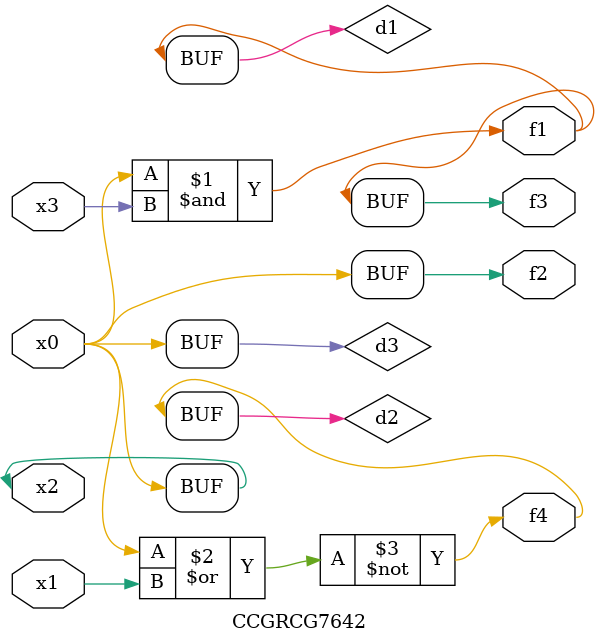
<source format=v>
module CCGRCG7642(
	input x0, x1, x2, x3,
	output f1, f2, f3, f4
);

	wire d1, d2, d3;

	and (d1, x2, x3);
	nor (d2, x0, x1);
	buf (d3, x0, x2);
	assign f1 = d1;
	assign f2 = d3;
	assign f3 = d1;
	assign f4 = d2;
endmodule

</source>
